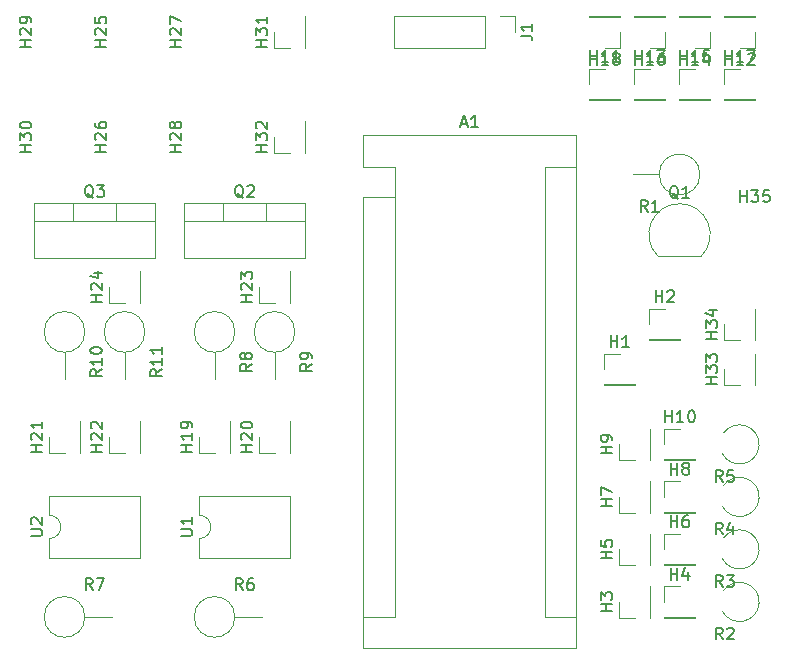
<source format=gbr>
G04 #@! TF.GenerationSoftware,KiCad,Pcbnew,(5.1.5)-3*
G04 #@! TF.CreationDate,2020-04-21T04:00:00+09:00*
G04 #@! TF.ProjectId,qqq,7171712e-6b69-4636-9164-5f7063625858,rev?*
G04 #@! TF.SameCoordinates,Original*
G04 #@! TF.FileFunction,Legend,Top*
G04 #@! TF.FilePolarity,Positive*
%FSLAX46Y46*%
G04 Gerber Fmt 4.6, Leading zero omitted, Abs format (unit mm)*
G04 Created by KiCad (PCBNEW (5.1.5)-3) date 2020-04-21 04:00:00*
%MOMM*%
%LPD*%
G04 APERTURE LIST*
%ADD10C,0.120000*%
%ADD11C,0.150000*%
G04 APERTURE END LIST*
D10*
X62290000Y-3750000D02*
X59630000Y-3750000D01*
X62290000Y-3810000D02*
X62290000Y-3750000D01*
X59630000Y-3810000D02*
X59630000Y-3750000D01*
X62290000Y-3810000D02*
X59630000Y-3810000D01*
X62290000Y-5080000D02*
X62290000Y-6410000D01*
X62290000Y-6410000D02*
X60960000Y-6410000D01*
X63440000Y-8195000D02*
X64770000Y-8195000D01*
X63440000Y-9525000D02*
X63440000Y-8195000D01*
X63440000Y-10795000D02*
X66100000Y-10795000D01*
X66100000Y-10795000D02*
X66100000Y-10855000D01*
X63440000Y-10795000D02*
X63440000Y-10855000D01*
X63440000Y-10855000D02*
X66100000Y-10855000D01*
X52010000Y-8195000D02*
X53340000Y-8195000D01*
X52010000Y-9525000D02*
X52010000Y-8195000D01*
X52010000Y-10795000D02*
X54670000Y-10795000D01*
X54670000Y-10795000D02*
X54670000Y-10855000D01*
X52010000Y-10795000D02*
X52010000Y-10855000D01*
X52010000Y-10855000D02*
X54670000Y-10855000D01*
X55820000Y-8195000D02*
X57150000Y-8195000D01*
X55820000Y-9525000D02*
X55820000Y-8195000D01*
X55820000Y-10795000D02*
X58480000Y-10795000D01*
X58480000Y-10795000D02*
X58480000Y-10855000D01*
X55820000Y-10795000D02*
X55820000Y-10855000D01*
X55820000Y-10855000D02*
X58480000Y-10855000D01*
X66100000Y-3750000D02*
X63440000Y-3750000D01*
X66100000Y-3810000D02*
X66100000Y-3750000D01*
X63440000Y-3810000D02*
X63440000Y-3750000D01*
X66100000Y-3810000D02*
X63440000Y-3810000D01*
X66100000Y-5080000D02*
X66100000Y-6410000D01*
X66100000Y-6410000D02*
X64770000Y-6410000D01*
X54670000Y-3750000D02*
X52010000Y-3750000D01*
X54670000Y-3810000D02*
X54670000Y-3750000D01*
X52010000Y-3810000D02*
X52010000Y-3750000D01*
X54670000Y-3810000D02*
X52010000Y-3810000D01*
X54670000Y-5080000D02*
X54670000Y-6410000D01*
X54670000Y-6410000D02*
X53340000Y-6410000D01*
X58480000Y-3750000D02*
X55820000Y-3750000D01*
X58480000Y-3810000D02*
X58480000Y-3750000D01*
X55820000Y-3810000D02*
X55820000Y-3750000D01*
X58480000Y-3810000D02*
X55820000Y-3810000D01*
X58480000Y-5080000D02*
X58480000Y-6410000D01*
X58480000Y-6410000D02*
X57150000Y-6410000D01*
X59630000Y-8195000D02*
X60960000Y-8195000D01*
X59630000Y-9525000D02*
X59630000Y-8195000D01*
X59630000Y-10795000D02*
X62290000Y-10795000D01*
X62290000Y-10795000D02*
X62290000Y-10855000D01*
X59630000Y-10795000D02*
X59630000Y-10855000D01*
X59630000Y-10855000D02*
X62290000Y-10855000D01*
X50930000Y-13840000D02*
X32890000Y-13840000D01*
X50930000Y-57280000D02*
X50930000Y-13840000D01*
X32890000Y-57280000D02*
X50930000Y-57280000D01*
X35560000Y-54610000D02*
X32890000Y-54610000D01*
X35560000Y-19050000D02*
X35560000Y-54610000D01*
X35560000Y-19050000D02*
X32890000Y-19050000D01*
X48260000Y-54610000D02*
X50930000Y-54610000D01*
X48260000Y-16510000D02*
X48260000Y-54610000D01*
X48260000Y-16510000D02*
X50930000Y-16510000D01*
X32890000Y-13840000D02*
X32890000Y-16510000D01*
X32890000Y-19050000D02*
X32890000Y-57280000D01*
X35560000Y-16510000D02*
X32890000Y-16510000D01*
X35560000Y-19050000D02*
X35560000Y-16510000D01*
X58360000Y-45780000D02*
X61020000Y-45780000D01*
X58360000Y-45720000D02*
X58360000Y-45780000D01*
X61020000Y-45720000D02*
X61020000Y-45780000D01*
X58360000Y-45720000D02*
X61020000Y-45720000D01*
X58360000Y-44450000D02*
X58360000Y-43120000D01*
X58360000Y-43120000D02*
X59690000Y-43120000D01*
X57210000Y-50225000D02*
X57210000Y-47565000D01*
X57150000Y-50225000D02*
X57210000Y-50225000D01*
X57150000Y-47565000D02*
X57210000Y-47565000D01*
X57150000Y-50225000D02*
X57150000Y-47565000D01*
X55880000Y-50225000D02*
X54550000Y-50225000D01*
X54550000Y-50225000D02*
X54550000Y-48895000D01*
X54550000Y-41335000D02*
X54550000Y-40005000D01*
X55880000Y-41335000D02*
X54550000Y-41335000D01*
X57150000Y-41335000D02*
X57150000Y-38675000D01*
X57150000Y-38675000D02*
X57210000Y-38675000D01*
X57150000Y-41335000D02*
X57210000Y-41335000D01*
X57210000Y-41335000D02*
X57210000Y-38675000D01*
X58360000Y-41335000D02*
X61020000Y-41335000D01*
X58360000Y-41275000D02*
X58360000Y-41335000D01*
X61020000Y-41275000D02*
X61020000Y-41335000D01*
X58360000Y-41275000D02*
X61020000Y-41275000D01*
X58360000Y-40005000D02*
X58360000Y-38675000D01*
X58360000Y-38675000D02*
X59690000Y-38675000D01*
X58360000Y-47565000D02*
X59690000Y-47565000D01*
X58360000Y-48895000D02*
X58360000Y-47565000D01*
X58360000Y-50165000D02*
X61020000Y-50165000D01*
X61020000Y-50165000D02*
X61020000Y-50225000D01*
X58360000Y-50165000D02*
X58360000Y-50225000D01*
X58360000Y-50225000D02*
X61020000Y-50225000D01*
X54550000Y-45780000D02*
X54550000Y-44450000D01*
X55880000Y-45780000D02*
X54550000Y-45780000D01*
X57150000Y-45780000D02*
X57150000Y-43120000D01*
X57150000Y-43120000D02*
X57210000Y-43120000D01*
X57150000Y-45780000D02*
X57210000Y-45780000D01*
X57210000Y-45780000D02*
X57210000Y-43120000D01*
X63425225Y-39033620D02*
G75*
G02X63316728Y-40805000I1344775J-971380D01*
G01*
X63425225Y-47923620D02*
G75*
G02X63316728Y-49695000I1344775J-971380D01*
G01*
X63425225Y-43478620D02*
G75*
G02X63316728Y-45250000I1344775J-971380D01*
G01*
X53280000Y-34985000D02*
X55940000Y-34985000D01*
X53280000Y-34925000D02*
X53280000Y-34985000D01*
X55940000Y-34925000D02*
X55940000Y-34985000D01*
X53280000Y-34925000D02*
X55940000Y-34925000D01*
X53280000Y-33655000D02*
X53280000Y-32325000D01*
X53280000Y-32325000D02*
X54610000Y-32325000D01*
X58360000Y-52010000D02*
X59690000Y-52010000D01*
X58360000Y-53340000D02*
X58360000Y-52010000D01*
X58360000Y-54610000D02*
X61020000Y-54610000D01*
X61020000Y-54610000D02*
X61020000Y-54670000D01*
X58360000Y-54610000D02*
X58360000Y-54670000D01*
X58360000Y-54670000D02*
X61020000Y-54670000D01*
X57090000Y-28515000D02*
X58420000Y-28515000D01*
X57090000Y-29845000D02*
X57090000Y-28515000D01*
X57090000Y-31115000D02*
X59750000Y-31115000D01*
X59750000Y-31115000D02*
X59750000Y-31175000D01*
X57090000Y-31115000D02*
X57090000Y-31175000D01*
X57090000Y-31175000D02*
X59750000Y-31175000D01*
X57210000Y-54670000D02*
X57210000Y-52010000D01*
X57150000Y-54670000D02*
X57210000Y-54670000D01*
X57150000Y-52010000D02*
X57210000Y-52010000D01*
X57150000Y-54670000D02*
X57150000Y-52010000D01*
X55880000Y-54670000D02*
X54550000Y-54670000D01*
X54550000Y-54670000D02*
X54550000Y-53340000D01*
X61410000Y-17145000D02*
G75*
G03X61410000Y-17145000I-1720000J0D01*
G01*
X57970000Y-17145000D02*
X55710000Y-17145000D01*
X66100000Y-31175000D02*
X66100000Y-28515000D01*
X66040000Y-31175000D02*
X66100000Y-31175000D01*
X66040000Y-28515000D02*
X66100000Y-28515000D01*
X66040000Y-31175000D02*
X66040000Y-28515000D01*
X64770000Y-31175000D02*
X63440000Y-31175000D01*
X63440000Y-31175000D02*
X63440000Y-29845000D01*
X63440000Y-34985000D02*
X63440000Y-33655000D01*
X64770000Y-34985000D02*
X63440000Y-34985000D01*
X66040000Y-34985000D02*
X66040000Y-32325000D01*
X66040000Y-32325000D02*
X66100000Y-32325000D01*
X66040000Y-34985000D02*
X66100000Y-34985000D01*
X66100000Y-34985000D02*
X66100000Y-32325000D01*
X57890000Y-24075000D02*
X61490000Y-24075000D01*
X57851522Y-24063478D02*
G75*
G02X59690000Y-19625000I1838478J1838478D01*
G01*
X61528478Y-24063478D02*
G75*
G03X59690000Y-19625000I-1838478J1838478D01*
G01*
X28000000Y-15300000D02*
X28000000Y-12640000D01*
X27940000Y-15300000D02*
X28000000Y-15300000D01*
X27940000Y-12640000D02*
X28000000Y-12640000D01*
X27940000Y-15300000D02*
X27940000Y-12640000D01*
X26670000Y-15300000D02*
X25340000Y-15300000D01*
X25340000Y-15300000D02*
X25340000Y-13970000D01*
X21650000Y-40700000D02*
X21650000Y-38040000D01*
X21590000Y-40700000D02*
X21650000Y-40700000D01*
X21590000Y-38040000D02*
X21650000Y-38040000D01*
X21590000Y-40700000D02*
X21590000Y-38040000D01*
X20320000Y-40700000D02*
X18990000Y-40700000D01*
X18990000Y-40700000D02*
X18990000Y-39370000D01*
X24070000Y-40700000D02*
X24070000Y-39370000D01*
X25400000Y-40700000D02*
X24070000Y-40700000D01*
X26670000Y-40700000D02*
X26670000Y-38040000D01*
X26670000Y-38040000D02*
X26730000Y-38040000D01*
X26670000Y-40700000D02*
X26730000Y-40700000D01*
X26730000Y-40700000D02*
X26730000Y-38040000D01*
X8950000Y-40700000D02*
X8950000Y-38040000D01*
X8890000Y-40700000D02*
X8950000Y-40700000D01*
X8890000Y-38040000D02*
X8950000Y-38040000D01*
X8890000Y-40700000D02*
X8890000Y-38040000D01*
X7620000Y-40700000D02*
X6290000Y-40700000D01*
X6290000Y-40700000D02*
X6290000Y-39370000D01*
X11370000Y-40700000D02*
X11370000Y-39370000D01*
X12700000Y-40700000D02*
X11370000Y-40700000D01*
X13970000Y-40700000D02*
X13970000Y-38040000D01*
X13970000Y-38040000D02*
X14030000Y-38040000D01*
X13970000Y-40700000D02*
X14030000Y-40700000D01*
X14030000Y-40700000D02*
X14030000Y-38040000D01*
X25340000Y-6410000D02*
X25340000Y-5080000D01*
X26670000Y-6410000D02*
X25340000Y-6410000D01*
X27940000Y-6410000D02*
X27940000Y-3750000D01*
X27940000Y-3750000D02*
X28000000Y-3750000D01*
X27940000Y-6410000D02*
X28000000Y-6410000D01*
X28000000Y-6410000D02*
X28000000Y-3750000D01*
X17740000Y-19590000D02*
X27980000Y-19590000D01*
X17740000Y-24231000D02*
X27980000Y-24231000D01*
X17740000Y-19590000D02*
X17740000Y-24231000D01*
X27980000Y-19590000D02*
X27980000Y-24231000D01*
X17740000Y-21100000D02*
X27980000Y-21100000D01*
X21010000Y-19590000D02*
X21010000Y-21100000D01*
X24711000Y-19590000D02*
X24711000Y-21100000D01*
X12011000Y-19590000D02*
X12011000Y-21100000D01*
X8310000Y-19590000D02*
X8310000Y-21100000D01*
X5040000Y-21100000D02*
X15280000Y-21100000D01*
X15280000Y-19590000D02*
X15280000Y-24231000D01*
X5040000Y-19590000D02*
X5040000Y-24231000D01*
X5040000Y-24231000D02*
X15280000Y-24231000D01*
X5040000Y-19590000D02*
X15280000Y-19590000D01*
X22040000Y-54610000D02*
G75*
G03X22040000Y-54610000I-1720000J0D01*
G01*
X22040000Y-54610000D02*
X24300000Y-54610000D01*
X9340000Y-54610000D02*
X11600000Y-54610000D01*
X9340000Y-54610000D02*
G75*
G03X9340000Y-54610000I-1720000J0D01*
G01*
X22040000Y-30480000D02*
G75*
G03X22040000Y-30480000I-1720000J0D01*
G01*
X20320000Y-32200000D02*
X20320000Y-34460000D01*
X27120000Y-30480000D02*
G75*
G03X27120000Y-30480000I-1720000J0D01*
G01*
X25400000Y-32200000D02*
X25400000Y-34460000D01*
X7620000Y-32200000D02*
X7620000Y-34460000D01*
X9340000Y-30480000D02*
G75*
G03X9340000Y-30480000I-1720000J0D01*
G01*
X12700000Y-32200000D02*
X12700000Y-34460000D01*
X14420000Y-30480000D02*
G75*
G03X14420000Y-30480000I-1720000J0D01*
G01*
X18990000Y-45990000D02*
G75*
G02X18990000Y-47990000I0J-1000000D01*
G01*
X18990000Y-47990000D02*
X18990000Y-49640000D01*
X18990000Y-49640000D02*
X26730000Y-49640000D01*
X26730000Y-49640000D02*
X26730000Y-44340000D01*
X26730000Y-44340000D02*
X18990000Y-44340000D01*
X18990000Y-44340000D02*
X18990000Y-45990000D01*
X6290000Y-44340000D02*
X6290000Y-45990000D01*
X14030000Y-44340000D02*
X6290000Y-44340000D01*
X14030000Y-49640000D02*
X14030000Y-44340000D01*
X6290000Y-49640000D02*
X14030000Y-49640000D01*
X6290000Y-47990000D02*
X6290000Y-49640000D01*
X6290000Y-45990000D02*
G75*
G02X6290000Y-47990000I0J-1000000D01*
G01*
X26730000Y-28000000D02*
X26730000Y-25340000D01*
X26670000Y-28000000D02*
X26730000Y-28000000D01*
X26670000Y-25340000D02*
X26730000Y-25340000D01*
X26670000Y-28000000D02*
X26670000Y-25340000D01*
X25400000Y-28000000D02*
X24070000Y-28000000D01*
X24070000Y-28000000D02*
X24070000Y-26670000D01*
X11370000Y-28000000D02*
X11370000Y-26670000D01*
X12700000Y-28000000D02*
X11370000Y-28000000D01*
X13970000Y-28000000D02*
X13970000Y-25340000D01*
X13970000Y-25340000D02*
X14030000Y-25340000D01*
X13970000Y-28000000D02*
X14030000Y-28000000D01*
X14030000Y-28000000D02*
X14030000Y-25340000D01*
X63425225Y-52368620D02*
G75*
G02X63316728Y-54140000I1344775J-971380D01*
G01*
X35500000Y-3750000D02*
X35500000Y-6410000D01*
X43180000Y-3750000D02*
X35500000Y-3750000D01*
X43180000Y-6410000D02*
X35500000Y-6410000D01*
X43180000Y-3750000D02*
X43180000Y-6410000D01*
X44450000Y-3750000D02*
X45780000Y-3750000D01*
X45780000Y-3750000D02*
X45780000Y-5080000D01*
D11*
X59721904Y-7862380D02*
X59721904Y-6862380D01*
X59721904Y-7338571D02*
X60293333Y-7338571D01*
X60293333Y-7862380D02*
X60293333Y-6862380D01*
X61293333Y-7862380D02*
X60721904Y-7862380D01*
X61007619Y-7862380D02*
X61007619Y-6862380D01*
X60912380Y-7005238D01*
X60817142Y-7100476D01*
X60721904Y-7148095D01*
X62150476Y-7195714D02*
X62150476Y-7862380D01*
X61912380Y-6814761D02*
X61674285Y-7529047D01*
X62293333Y-7529047D01*
X63531904Y-7647380D02*
X63531904Y-6647380D01*
X63531904Y-7123571D02*
X64103333Y-7123571D01*
X64103333Y-7647380D02*
X64103333Y-6647380D01*
X65103333Y-7647380D02*
X64531904Y-7647380D01*
X64817619Y-7647380D02*
X64817619Y-6647380D01*
X64722380Y-6790238D01*
X64627142Y-6885476D01*
X64531904Y-6933095D01*
X65436666Y-6647380D02*
X66103333Y-6647380D01*
X65674761Y-7647380D01*
X52101904Y-7647380D02*
X52101904Y-6647380D01*
X52101904Y-7123571D02*
X52673333Y-7123571D01*
X52673333Y-7647380D02*
X52673333Y-6647380D01*
X53673333Y-7647380D02*
X53101904Y-7647380D01*
X53387619Y-7647380D02*
X53387619Y-6647380D01*
X53292380Y-6790238D01*
X53197142Y-6885476D01*
X53101904Y-6933095D01*
X54625714Y-7647380D02*
X54054285Y-7647380D01*
X54340000Y-7647380D02*
X54340000Y-6647380D01*
X54244761Y-6790238D01*
X54149523Y-6885476D01*
X54054285Y-6933095D01*
X55911904Y-7647380D02*
X55911904Y-6647380D01*
X55911904Y-7123571D02*
X56483333Y-7123571D01*
X56483333Y-7647380D02*
X56483333Y-6647380D01*
X57483333Y-7647380D02*
X56911904Y-7647380D01*
X57197619Y-7647380D02*
X57197619Y-6647380D01*
X57102380Y-6790238D01*
X57007142Y-6885476D01*
X56911904Y-6933095D01*
X57816666Y-6647380D02*
X58435714Y-6647380D01*
X58102380Y-7028333D01*
X58245238Y-7028333D01*
X58340476Y-7075952D01*
X58388095Y-7123571D01*
X58435714Y-7218809D01*
X58435714Y-7456904D01*
X58388095Y-7552142D01*
X58340476Y-7599761D01*
X58245238Y-7647380D01*
X57959523Y-7647380D01*
X57864285Y-7599761D01*
X57816666Y-7552142D01*
X63531904Y-7862380D02*
X63531904Y-6862380D01*
X63531904Y-7338571D02*
X64103333Y-7338571D01*
X64103333Y-7862380D02*
X64103333Y-6862380D01*
X65103333Y-7862380D02*
X64531904Y-7862380D01*
X64817619Y-7862380D02*
X64817619Y-6862380D01*
X64722380Y-7005238D01*
X64627142Y-7100476D01*
X64531904Y-7148095D01*
X65484285Y-6957619D02*
X65531904Y-6910000D01*
X65627142Y-6862380D01*
X65865238Y-6862380D01*
X65960476Y-6910000D01*
X66008095Y-6957619D01*
X66055714Y-7052857D01*
X66055714Y-7148095D01*
X66008095Y-7290952D01*
X65436666Y-7862380D01*
X66055714Y-7862380D01*
X52101904Y-7862380D02*
X52101904Y-6862380D01*
X52101904Y-7338571D02*
X52673333Y-7338571D01*
X52673333Y-7862380D02*
X52673333Y-6862380D01*
X53673333Y-7862380D02*
X53101904Y-7862380D01*
X53387619Y-7862380D02*
X53387619Y-6862380D01*
X53292380Y-7005238D01*
X53197142Y-7100476D01*
X53101904Y-7148095D01*
X54244761Y-7290952D02*
X54149523Y-7243333D01*
X54101904Y-7195714D01*
X54054285Y-7100476D01*
X54054285Y-7052857D01*
X54101904Y-6957619D01*
X54149523Y-6910000D01*
X54244761Y-6862380D01*
X54435238Y-6862380D01*
X54530476Y-6910000D01*
X54578095Y-6957619D01*
X54625714Y-7052857D01*
X54625714Y-7100476D01*
X54578095Y-7195714D01*
X54530476Y-7243333D01*
X54435238Y-7290952D01*
X54244761Y-7290952D01*
X54149523Y-7338571D01*
X54101904Y-7386190D01*
X54054285Y-7481428D01*
X54054285Y-7671904D01*
X54101904Y-7767142D01*
X54149523Y-7814761D01*
X54244761Y-7862380D01*
X54435238Y-7862380D01*
X54530476Y-7814761D01*
X54578095Y-7767142D01*
X54625714Y-7671904D01*
X54625714Y-7481428D01*
X54578095Y-7386190D01*
X54530476Y-7338571D01*
X54435238Y-7290952D01*
X55911904Y-7862380D02*
X55911904Y-6862380D01*
X55911904Y-7338571D02*
X56483333Y-7338571D01*
X56483333Y-7862380D02*
X56483333Y-6862380D01*
X57483333Y-7862380D02*
X56911904Y-7862380D01*
X57197619Y-7862380D02*
X57197619Y-6862380D01*
X57102380Y-7005238D01*
X57007142Y-7100476D01*
X56911904Y-7148095D01*
X58340476Y-6862380D02*
X58150000Y-6862380D01*
X58054761Y-6910000D01*
X58007142Y-6957619D01*
X57911904Y-7100476D01*
X57864285Y-7290952D01*
X57864285Y-7671904D01*
X57911904Y-7767142D01*
X57959523Y-7814761D01*
X58054761Y-7862380D01*
X58245238Y-7862380D01*
X58340476Y-7814761D01*
X58388095Y-7767142D01*
X58435714Y-7671904D01*
X58435714Y-7433809D01*
X58388095Y-7338571D01*
X58340476Y-7290952D01*
X58245238Y-7243333D01*
X58054761Y-7243333D01*
X57959523Y-7290952D01*
X57911904Y-7338571D01*
X57864285Y-7433809D01*
X59721904Y-7647380D02*
X59721904Y-6647380D01*
X59721904Y-7123571D02*
X60293333Y-7123571D01*
X60293333Y-7647380D02*
X60293333Y-6647380D01*
X61293333Y-7647380D02*
X60721904Y-7647380D01*
X61007619Y-7647380D02*
X61007619Y-6647380D01*
X60912380Y-6790238D01*
X60817142Y-6885476D01*
X60721904Y-6933095D01*
X62198095Y-6647380D02*
X61721904Y-6647380D01*
X61674285Y-7123571D01*
X61721904Y-7075952D01*
X61817142Y-7028333D01*
X62055238Y-7028333D01*
X62150476Y-7075952D01*
X62198095Y-7123571D01*
X62245714Y-7218809D01*
X62245714Y-7456904D01*
X62198095Y-7552142D01*
X62150476Y-7599761D01*
X62055238Y-7647380D01*
X61817142Y-7647380D01*
X61721904Y-7599761D01*
X61674285Y-7552142D01*
X41195714Y-12866666D02*
X41671904Y-12866666D01*
X41100476Y-13152380D02*
X41433809Y-12152380D01*
X41767142Y-13152380D01*
X42624285Y-13152380D02*
X42052857Y-13152380D01*
X42338571Y-13152380D02*
X42338571Y-12152380D01*
X42243333Y-12295238D01*
X42148095Y-12390476D01*
X42052857Y-12438095D01*
X58928095Y-42572380D02*
X58928095Y-41572380D01*
X58928095Y-42048571D02*
X59499523Y-42048571D01*
X59499523Y-42572380D02*
X59499523Y-41572380D01*
X60118571Y-42000952D02*
X60023333Y-41953333D01*
X59975714Y-41905714D01*
X59928095Y-41810476D01*
X59928095Y-41762857D01*
X59975714Y-41667619D01*
X60023333Y-41620000D01*
X60118571Y-41572380D01*
X60309047Y-41572380D01*
X60404285Y-41620000D01*
X60451904Y-41667619D01*
X60499523Y-41762857D01*
X60499523Y-41810476D01*
X60451904Y-41905714D01*
X60404285Y-41953333D01*
X60309047Y-42000952D01*
X60118571Y-42000952D01*
X60023333Y-42048571D01*
X59975714Y-42096190D01*
X59928095Y-42191428D01*
X59928095Y-42381904D01*
X59975714Y-42477142D01*
X60023333Y-42524761D01*
X60118571Y-42572380D01*
X60309047Y-42572380D01*
X60404285Y-42524761D01*
X60451904Y-42477142D01*
X60499523Y-42381904D01*
X60499523Y-42191428D01*
X60451904Y-42096190D01*
X60404285Y-42048571D01*
X60309047Y-42000952D01*
X54002380Y-49656904D02*
X53002380Y-49656904D01*
X53478571Y-49656904D02*
X53478571Y-49085476D01*
X54002380Y-49085476D02*
X53002380Y-49085476D01*
X53002380Y-48133095D02*
X53002380Y-48609285D01*
X53478571Y-48656904D01*
X53430952Y-48609285D01*
X53383333Y-48514047D01*
X53383333Y-48275952D01*
X53430952Y-48180714D01*
X53478571Y-48133095D01*
X53573809Y-48085476D01*
X53811904Y-48085476D01*
X53907142Y-48133095D01*
X53954761Y-48180714D01*
X54002380Y-48275952D01*
X54002380Y-48514047D01*
X53954761Y-48609285D01*
X53907142Y-48656904D01*
X54002380Y-40766904D02*
X53002380Y-40766904D01*
X53478571Y-40766904D02*
X53478571Y-40195476D01*
X54002380Y-40195476D02*
X53002380Y-40195476D01*
X54002380Y-39671666D02*
X54002380Y-39481190D01*
X53954761Y-39385952D01*
X53907142Y-39338333D01*
X53764285Y-39243095D01*
X53573809Y-39195476D01*
X53192857Y-39195476D01*
X53097619Y-39243095D01*
X53050000Y-39290714D01*
X53002380Y-39385952D01*
X53002380Y-39576428D01*
X53050000Y-39671666D01*
X53097619Y-39719285D01*
X53192857Y-39766904D01*
X53430952Y-39766904D01*
X53526190Y-39719285D01*
X53573809Y-39671666D01*
X53621428Y-39576428D01*
X53621428Y-39385952D01*
X53573809Y-39290714D01*
X53526190Y-39243095D01*
X53430952Y-39195476D01*
X58451904Y-38127380D02*
X58451904Y-37127380D01*
X58451904Y-37603571D02*
X59023333Y-37603571D01*
X59023333Y-38127380D02*
X59023333Y-37127380D01*
X60023333Y-38127380D02*
X59451904Y-38127380D01*
X59737619Y-38127380D02*
X59737619Y-37127380D01*
X59642380Y-37270238D01*
X59547142Y-37365476D01*
X59451904Y-37413095D01*
X60642380Y-37127380D02*
X60737619Y-37127380D01*
X60832857Y-37175000D01*
X60880476Y-37222619D01*
X60928095Y-37317857D01*
X60975714Y-37508333D01*
X60975714Y-37746428D01*
X60928095Y-37936904D01*
X60880476Y-38032142D01*
X60832857Y-38079761D01*
X60737619Y-38127380D01*
X60642380Y-38127380D01*
X60547142Y-38079761D01*
X60499523Y-38032142D01*
X60451904Y-37936904D01*
X60404285Y-37746428D01*
X60404285Y-37508333D01*
X60451904Y-37317857D01*
X60499523Y-37222619D01*
X60547142Y-37175000D01*
X60642380Y-37127380D01*
X58928095Y-47017380D02*
X58928095Y-46017380D01*
X58928095Y-46493571D02*
X59499523Y-46493571D01*
X59499523Y-47017380D02*
X59499523Y-46017380D01*
X60404285Y-46017380D02*
X60213809Y-46017380D01*
X60118571Y-46065000D01*
X60070952Y-46112619D01*
X59975714Y-46255476D01*
X59928095Y-46445952D01*
X59928095Y-46826904D01*
X59975714Y-46922142D01*
X60023333Y-46969761D01*
X60118571Y-47017380D01*
X60309047Y-47017380D01*
X60404285Y-46969761D01*
X60451904Y-46922142D01*
X60499523Y-46826904D01*
X60499523Y-46588809D01*
X60451904Y-46493571D01*
X60404285Y-46445952D01*
X60309047Y-46398333D01*
X60118571Y-46398333D01*
X60023333Y-46445952D01*
X59975714Y-46493571D01*
X59928095Y-46588809D01*
X54002380Y-45211904D02*
X53002380Y-45211904D01*
X53478571Y-45211904D02*
X53478571Y-44640476D01*
X54002380Y-44640476D02*
X53002380Y-44640476D01*
X53002380Y-44259523D02*
X53002380Y-43592857D01*
X54002380Y-44021428D01*
X63333333Y-43177380D02*
X63000000Y-42701190D01*
X62761904Y-43177380D02*
X62761904Y-42177380D01*
X63142857Y-42177380D01*
X63238095Y-42225000D01*
X63285714Y-42272619D01*
X63333333Y-42367857D01*
X63333333Y-42510714D01*
X63285714Y-42605952D01*
X63238095Y-42653571D01*
X63142857Y-42701190D01*
X62761904Y-42701190D01*
X64238095Y-42177380D02*
X63761904Y-42177380D01*
X63714285Y-42653571D01*
X63761904Y-42605952D01*
X63857142Y-42558333D01*
X64095238Y-42558333D01*
X64190476Y-42605952D01*
X64238095Y-42653571D01*
X64285714Y-42748809D01*
X64285714Y-42986904D01*
X64238095Y-43082142D01*
X64190476Y-43129761D01*
X64095238Y-43177380D01*
X63857142Y-43177380D01*
X63761904Y-43129761D01*
X63714285Y-43082142D01*
X63333333Y-52067380D02*
X63000000Y-51591190D01*
X62761904Y-52067380D02*
X62761904Y-51067380D01*
X63142857Y-51067380D01*
X63238095Y-51115000D01*
X63285714Y-51162619D01*
X63333333Y-51257857D01*
X63333333Y-51400714D01*
X63285714Y-51495952D01*
X63238095Y-51543571D01*
X63142857Y-51591190D01*
X62761904Y-51591190D01*
X63666666Y-51067380D02*
X64285714Y-51067380D01*
X63952380Y-51448333D01*
X64095238Y-51448333D01*
X64190476Y-51495952D01*
X64238095Y-51543571D01*
X64285714Y-51638809D01*
X64285714Y-51876904D01*
X64238095Y-51972142D01*
X64190476Y-52019761D01*
X64095238Y-52067380D01*
X63809523Y-52067380D01*
X63714285Y-52019761D01*
X63666666Y-51972142D01*
X63333333Y-47622380D02*
X63000000Y-47146190D01*
X62761904Y-47622380D02*
X62761904Y-46622380D01*
X63142857Y-46622380D01*
X63238095Y-46670000D01*
X63285714Y-46717619D01*
X63333333Y-46812857D01*
X63333333Y-46955714D01*
X63285714Y-47050952D01*
X63238095Y-47098571D01*
X63142857Y-47146190D01*
X62761904Y-47146190D01*
X64190476Y-46955714D02*
X64190476Y-47622380D01*
X63952380Y-46574761D02*
X63714285Y-47289047D01*
X64333333Y-47289047D01*
X53848095Y-31777380D02*
X53848095Y-30777380D01*
X53848095Y-31253571D02*
X54419523Y-31253571D01*
X54419523Y-31777380D02*
X54419523Y-30777380D01*
X55419523Y-31777380D02*
X54848095Y-31777380D01*
X55133809Y-31777380D02*
X55133809Y-30777380D01*
X55038571Y-30920238D01*
X54943333Y-31015476D01*
X54848095Y-31063095D01*
X58928095Y-51462380D02*
X58928095Y-50462380D01*
X58928095Y-50938571D02*
X59499523Y-50938571D01*
X59499523Y-51462380D02*
X59499523Y-50462380D01*
X60404285Y-50795714D02*
X60404285Y-51462380D01*
X60166190Y-50414761D02*
X59928095Y-51129047D01*
X60547142Y-51129047D01*
X57658095Y-27967380D02*
X57658095Y-26967380D01*
X57658095Y-27443571D02*
X58229523Y-27443571D01*
X58229523Y-27967380D02*
X58229523Y-26967380D01*
X58658095Y-27062619D02*
X58705714Y-27015000D01*
X58800952Y-26967380D01*
X59039047Y-26967380D01*
X59134285Y-27015000D01*
X59181904Y-27062619D01*
X59229523Y-27157857D01*
X59229523Y-27253095D01*
X59181904Y-27395952D01*
X58610476Y-27967380D01*
X59229523Y-27967380D01*
X54002380Y-54101904D02*
X53002380Y-54101904D01*
X53478571Y-54101904D02*
X53478571Y-53530476D01*
X54002380Y-53530476D02*
X53002380Y-53530476D01*
X53002380Y-53149523D02*
X53002380Y-52530476D01*
X53383333Y-52863809D01*
X53383333Y-52720952D01*
X53430952Y-52625714D01*
X53478571Y-52578095D01*
X53573809Y-52530476D01*
X53811904Y-52530476D01*
X53907142Y-52578095D01*
X53954761Y-52625714D01*
X54002380Y-52720952D01*
X54002380Y-53006666D01*
X53954761Y-53101904D01*
X53907142Y-53149523D01*
X56983333Y-20317380D02*
X56650000Y-19841190D01*
X56411904Y-20317380D02*
X56411904Y-19317380D01*
X56792857Y-19317380D01*
X56888095Y-19365000D01*
X56935714Y-19412619D01*
X56983333Y-19507857D01*
X56983333Y-19650714D01*
X56935714Y-19745952D01*
X56888095Y-19793571D01*
X56792857Y-19841190D01*
X56411904Y-19841190D01*
X57935714Y-20317380D02*
X57364285Y-20317380D01*
X57650000Y-20317380D02*
X57650000Y-19317380D01*
X57554761Y-19460238D01*
X57459523Y-19555476D01*
X57364285Y-19603095D01*
X62892380Y-31083095D02*
X61892380Y-31083095D01*
X62368571Y-31083095D02*
X62368571Y-30511666D01*
X62892380Y-30511666D02*
X61892380Y-30511666D01*
X61892380Y-30130714D02*
X61892380Y-29511666D01*
X62273333Y-29845000D01*
X62273333Y-29702142D01*
X62320952Y-29606904D01*
X62368571Y-29559285D01*
X62463809Y-29511666D01*
X62701904Y-29511666D01*
X62797142Y-29559285D01*
X62844761Y-29606904D01*
X62892380Y-29702142D01*
X62892380Y-29987857D01*
X62844761Y-30083095D01*
X62797142Y-30130714D01*
X62225714Y-28654523D02*
X62892380Y-28654523D01*
X61844761Y-28892619D02*
X62559047Y-29130714D01*
X62559047Y-28511666D01*
X62892380Y-34893095D02*
X61892380Y-34893095D01*
X62368571Y-34893095D02*
X62368571Y-34321666D01*
X62892380Y-34321666D02*
X61892380Y-34321666D01*
X61892380Y-33940714D02*
X61892380Y-33321666D01*
X62273333Y-33655000D01*
X62273333Y-33512142D01*
X62320952Y-33416904D01*
X62368571Y-33369285D01*
X62463809Y-33321666D01*
X62701904Y-33321666D01*
X62797142Y-33369285D01*
X62844761Y-33416904D01*
X62892380Y-33512142D01*
X62892380Y-33797857D01*
X62844761Y-33893095D01*
X62797142Y-33940714D01*
X61892380Y-32988333D02*
X61892380Y-32369285D01*
X62273333Y-32702619D01*
X62273333Y-32559761D01*
X62320952Y-32464523D01*
X62368571Y-32416904D01*
X62463809Y-32369285D01*
X62701904Y-32369285D01*
X62797142Y-32416904D01*
X62844761Y-32464523D01*
X62892380Y-32559761D01*
X62892380Y-32845476D01*
X62844761Y-32940714D01*
X62797142Y-32988333D01*
X59594761Y-19212619D02*
X59499523Y-19165000D01*
X59404285Y-19069761D01*
X59261428Y-18926904D01*
X59166190Y-18879285D01*
X59070952Y-18879285D01*
X59118571Y-19117380D02*
X59023333Y-19069761D01*
X58928095Y-18974523D01*
X58880476Y-18784047D01*
X58880476Y-18450714D01*
X58928095Y-18260238D01*
X59023333Y-18165000D01*
X59118571Y-18117380D01*
X59309047Y-18117380D01*
X59404285Y-18165000D01*
X59499523Y-18260238D01*
X59547142Y-18450714D01*
X59547142Y-18784047D01*
X59499523Y-18974523D01*
X59404285Y-19069761D01*
X59309047Y-19117380D01*
X59118571Y-19117380D01*
X60499523Y-19117380D02*
X59928095Y-19117380D01*
X60213809Y-19117380D02*
X60213809Y-18117380D01*
X60118571Y-18260238D01*
X60023333Y-18355476D01*
X59928095Y-18403095D01*
X24792380Y-15208095D02*
X23792380Y-15208095D01*
X24268571Y-15208095D02*
X24268571Y-14636666D01*
X24792380Y-14636666D02*
X23792380Y-14636666D01*
X23792380Y-14255714D02*
X23792380Y-13636666D01*
X24173333Y-13970000D01*
X24173333Y-13827142D01*
X24220952Y-13731904D01*
X24268571Y-13684285D01*
X24363809Y-13636666D01*
X24601904Y-13636666D01*
X24697142Y-13684285D01*
X24744761Y-13731904D01*
X24792380Y-13827142D01*
X24792380Y-14112857D01*
X24744761Y-14208095D01*
X24697142Y-14255714D01*
X23887619Y-13255714D02*
X23840000Y-13208095D01*
X23792380Y-13112857D01*
X23792380Y-12874761D01*
X23840000Y-12779523D01*
X23887619Y-12731904D01*
X23982857Y-12684285D01*
X24078095Y-12684285D01*
X24220952Y-12731904D01*
X24792380Y-13303333D01*
X24792380Y-12684285D01*
X18442380Y-40608095D02*
X17442380Y-40608095D01*
X17918571Y-40608095D02*
X17918571Y-40036666D01*
X18442380Y-40036666D02*
X17442380Y-40036666D01*
X18442380Y-39036666D02*
X18442380Y-39608095D01*
X18442380Y-39322380D02*
X17442380Y-39322380D01*
X17585238Y-39417619D01*
X17680476Y-39512857D01*
X17728095Y-39608095D01*
X18442380Y-38560476D02*
X18442380Y-38370000D01*
X18394761Y-38274761D01*
X18347142Y-38227142D01*
X18204285Y-38131904D01*
X18013809Y-38084285D01*
X17632857Y-38084285D01*
X17537619Y-38131904D01*
X17490000Y-38179523D01*
X17442380Y-38274761D01*
X17442380Y-38465238D01*
X17490000Y-38560476D01*
X17537619Y-38608095D01*
X17632857Y-38655714D01*
X17870952Y-38655714D01*
X17966190Y-38608095D01*
X18013809Y-38560476D01*
X18061428Y-38465238D01*
X18061428Y-38274761D01*
X18013809Y-38179523D01*
X17966190Y-38131904D01*
X17870952Y-38084285D01*
X23522380Y-40608095D02*
X22522380Y-40608095D01*
X22998571Y-40608095D02*
X22998571Y-40036666D01*
X23522380Y-40036666D02*
X22522380Y-40036666D01*
X22617619Y-39608095D02*
X22570000Y-39560476D01*
X22522380Y-39465238D01*
X22522380Y-39227142D01*
X22570000Y-39131904D01*
X22617619Y-39084285D01*
X22712857Y-39036666D01*
X22808095Y-39036666D01*
X22950952Y-39084285D01*
X23522380Y-39655714D01*
X23522380Y-39036666D01*
X22522380Y-38417619D02*
X22522380Y-38322380D01*
X22570000Y-38227142D01*
X22617619Y-38179523D01*
X22712857Y-38131904D01*
X22903333Y-38084285D01*
X23141428Y-38084285D01*
X23331904Y-38131904D01*
X23427142Y-38179523D01*
X23474761Y-38227142D01*
X23522380Y-38322380D01*
X23522380Y-38417619D01*
X23474761Y-38512857D01*
X23427142Y-38560476D01*
X23331904Y-38608095D01*
X23141428Y-38655714D01*
X22903333Y-38655714D01*
X22712857Y-38608095D01*
X22617619Y-38560476D01*
X22570000Y-38512857D01*
X22522380Y-38417619D01*
X5742380Y-40608095D02*
X4742380Y-40608095D01*
X5218571Y-40608095D02*
X5218571Y-40036666D01*
X5742380Y-40036666D02*
X4742380Y-40036666D01*
X4837619Y-39608095D02*
X4790000Y-39560476D01*
X4742380Y-39465238D01*
X4742380Y-39227142D01*
X4790000Y-39131904D01*
X4837619Y-39084285D01*
X4932857Y-39036666D01*
X5028095Y-39036666D01*
X5170952Y-39084285D01*
X5742380Y-39655714D01*
X5742380Y-39036666D01*
X5742380Y-38084285D02*
X5742380Y-38655714D01*
X5742380Y-38370000D02*
X4742380Y-38370000D01*
X4885238Y-38465238D01*
X4980476Y-38560476D01*
X5028095Y-38655714D01*
X10822380Y-40608095D02*
X9822380Y-40608095D01*
X10298571Y-40608095D02*
X10298571Y-40036666D01*
X10822380Y-40036666D02*
X9822380Y-40036666D01*
X9917619Y-39608095D02*
X9870000Y-39560476D01*
X9822380Y-39465238D01*
X9822380Y-39227142D01*
X9870000Y-39131904D01*
X9917619Y-39084285D01*
X10012857Y-39036666D01*
X10108095Y-39036666D01*
X10250952Y-39084285D01*
X10822380Y-39655714D01*
X10822380Y-39036666D01*
X9917619Y-38655714D02*
X9870000Y-38608095D01*
X9822380Y-38512857D01*
X9822380Y-38274761D01*
X9870000Y-38179523D01*
X9917619Y-38131904D01*
X10012857Y-38084285D01*
X10108095Y-38084285D01*
X10250952Y-38131904D01*
X10822380Y-38703333D01*
X10822380Y-38084285D01*
X11172380Y-6318095D02*
X10172380Y-6318095D01*
X10648571Y-6318095D02*
X10648571Y-5746666D01*
X11172380Y-5746666D02*
X10172380Y-5746666D01*
X10267619Y-5318095D02*
X10220000Y-5270476D01*
X10172380Y-5175238D01*
X10172380Y-4937142D01*
X10220000Y-4841904D01*
X10267619Y-4794285D01*
X10362857Y-4746666D01*
X10458095Y-4746666D01*
X10600952Y-4794285D01*
X11172380Y-5365714D01*
X11172380Y-4746666D01*
X10172380Y-3841904D02*
X10172380Y-4318095D01*
X10648571Y-4365714D01*
X10600952Y-4318095D01*
X10553333Y-4222857D01*
X10553333Y-3984761D01*
X10600952Y-3889523D01*
X10648571Y-3841904D01*
X10743809Y-3794285D01*
X10981904Y-3794285D01*
X11077142Y-3841904D01*
X11124761Y-3889523D01*
X11172380Y-3984761D01*
X11172380Y-4222857D01*
X11124761Y-4318095D01*
X11077142Y-4365714D01*
X11172380Y-15208095D02*
X10172380Y-15208095D01*
X10648571Y-15208095D02*
X10648571Y-14636666D01*
X11172380Y-14636666D02*
X10172380Y-14636666D01*
X10267619Y-14208095D02*
X10220000Y-14160476D01*
X10172380Y-14065238D01*
X10172380Y-13827142D01*
X10220000Y-13731904D01*
X10267619Y-13684285D01*
X10362857Y-13636666D01*
X10458095Y-13636666D01*
X10600952Y-13684285D01*
X11172380Y-14255714D01*
X11172380Y-13636666D01*
X10172380Y-12779523D02*
X10172380Y-12970000D01*
X10220000Y-13065238D01*
X10267619Y-13112857D01*
X10410476Y-13208095D01*
X10600952Y-13255714D01*
X10981904Y-13255714D01*
X11077142Y-13208095D01*
X11124761Y-13160476D01*
X11172380Y-13065238D01*
X11172380Y-12874761D01*
X11124761Y-12779523D01*
X11077142Y-12731904D01*
X10981904Y-12684285D01*
X10743809Y-12684285D01*
X10648571Y-12731904D01*
X10600952Y-12779523D01*
X10553333Y-12874761D01*
X10553333Y-13065238D01*
X10600952Y-13160476D01*
X10648571Y-13208095D01*
X10743809Y-13255714D01*
X17522380Y-6318095D02*
X16522380Y-6318095D01*
X16998571Y-6318095D02*
X16998571Y-5746666D01*
X17522380Y-5746666D02*
X16522380Y-5746666D01*
X16617619Y-5318095D02*
X16570000Y-5270476D01*
X16522380Y-5175238D01*
X16522380Y-4937142D01*
X16570000Y-4841904D01*
X16617619Y-4794285D01*
X16712857Y-4746666D01*
X16808095Y-4746666D01*
X16950952Y-4794285D01*
X17522380Y-5365714D01*
X17522380Y-4746666D01*
X16522380Y-4413333D02*
X16522380Y-3746666D01*
X17522380Y-4175238D01*
X17522380Y-15208095D02*
X16522380Y-15208095D01*
X16998571Y-15208095D02*
X16998571Y-14636666D01*
X17522380Y-14636666D02*
X16522380Y-14636666D01*
X16617619Y-14208095D02*
X16570000Y-14160476D01*
X16522380Y-14065238D01*
X16522380Y-13827142D01*
X16570000Y-13731904D01*
X16617619Y-13684285D01*
X16712857Y-13636666D01*
X16808095Y-13636666D01*
X16950952Y-13684285D01*
X17522380Y-14255714D01*
X17522380Y-13636666D01*
X16950952Y-13065238D02*
X16903333Y-13160476D01*
X16855714Y-13208095D01*
X16760476Y-13255714D01*
X16712857Y-13255714D01*
X16617619Y-13208095D01*
X16570000Y-13160476D01*
X16522380Y-13065238D01*
X16522380Y-12874761D01*
X16570000Y-12779523D01*
X16617619Y-12731904D01*
X16712857Y-12684285D01*
X16760476Y-12684285D01*
X16855714Y-12731904D01*
X16903333Y-12779523D01*
X16950952Y-12874761D01*
X16950952Y-13065238D01*
X16998571Y-13160476D01*
X17046190Y-13208095D01*
X17141428Y-13255714D01*
X17331904Y-13255714D01*
X17427142Y-13208095D01*
X17474761Y-13160476D01*
X17522380Y-13065238D01*
X17522380Y-12874761D01*
X17474761Y-12779523D01*
X17427142Y-12731904D01*
X17331904Y-12684285D01*
X17141428Y-12684285D01*
X17046190Y-12731904D01*
X16998571Y-12779523D01*
X16950952Y-12874761D01*
X24792380Y-6318095D02*
X23792380Y-6318095D01*
X24268571Y-6318095D02*
X24268571Y-5746666D01*
X24792380Y-5746666D02*
X23792380Y-5746666D01*
X23792380Y-5365714D02*
X23792380Y-4746666D01*
X24173333Y-5080000D01*
X24173333Y-4937142D01*
X24220952Y-4841904D01*
X24268571Y-4794285D01*
X24363809Y-4746666D01*
X24601904Y-4746666D01*
X24697142Y-4794285D01*
X24744761Y-4841904D01*
X24792380Y-4937142D01*
X24792380Y-5222857D01*
X24744761Y-5318095D01*
X24697142Y-5365714D01*
X24792380Y-3794285D02*
X24792380Y-4365714D01*
X24792380Y-4080000D02*
X23792380Y-4080000D01*
X23935238Y-4175238D01*
X24030476Y-4270476D01*
X24078095Y-4365714D01*
X22764761Y-19137619D02*
X22669523Y-19090000D01*
X22574285Y-18994761D01*
X22431428Y-18851904D01*
X22336190Y-18804285D01*
X22240952Y-18804285D01*
X22288571Y-19042380D02*
X22193333Y-18994761D01*
X22098095Y-18899523D01*
X22050476Y-18709047D01*
X22050476Y-18375714D01*
X22098095Y-18185238D01*
X22193333Y-18090000D01*
X22288571Y-18042380D01*
X22479047Y-18042380D01*
X22574285Y-18090000D01*
X22669523Y-18185238D01*
X22717142Y-18375714D01*
X22717142Y-18709047D01*
X22669523Y-18899523D01*
X22574285Y-18994761D01*
X22479047Y-19042380D01*
X22288571Y-19042380D01*
X23098095Y-18137619D02*
X23145714Y-18090000D01*
X23240952Y-18042380D01*
X23479047Y-18042380D01*
X23574285Y-18090000D01*
X23621904Y-18137619D01*
X23669523Y-18232857D01*
X23669523Y-18328095D01*
X23621904Y-18470952D01*
X23050476Y-19042380D01*
X23669523Y-19042380D01*
X10064761Y-19137619D02*
X9969523Y-19090000D01*
X9874285Y-18994761D01*
X9731428Y-18851904D01*
X9636190Y-18804285D01*
X9540952Y-18804285D01*
X9588571Y-19042380D02*
X9493333Y-18994761D01*
X9398095Y-18899523D01*
X9350476Y-18709047D01*
X9350476Y-18375714D01*
X9398095Y-18185238D01*
X9493333Y-18090000D01*
X9588571Y-18042380D01*
X9779047Y-18042380D01*
X9874285Y-18090000D01*
X9969523Y-18185238D01*
X10017142Y-18375714D01*
X10017142Y-18709047D01*
X9969523Y-18899523D01*
X9874285Y-18994761D01*
X9779047Y-19042380D01*
X9588571Y-19042380D01*
X10350476Y-18042380D02*
X10969523Y-18042380D01*
X10636190Y-18423333D01*
X10779047Y-18423333D01*
X10874285Y-18470952D01*
X10921904Y-18518571D01*
X10969523Y-18613809D01*
X10969523Y-18851904D01*
X10921904Y-18947142D01*
X10874285Y-18994761D01*
X10779047Y-19042380D01*
X10493333Y-19042380D01*
X10398095Y-18994761D01*
X10350476Y-18947142D01*
X22693333Y-52342380D02*
X22360000Y-51866190D01*
X22121904Y-52342380D02*
X22121904Y-51342380D01*
X22502857Y-51342380D01*
X22598095Y-51390000D01*
X22645714Y-51437619D01*
X22693333Y-51532857D01*
X22693333Y-51675714D01*
X22645714Y-51770952D01*
X22598095Y-51818571D01*
X22502857Y-51866190D01*
X22121904Y-51866190D01*
X23550476Y-51342380D02*
X23360000Y-51342380D01*
X23264761Y-51390000D01*
X23217142Y-51437619D01*
X23121904Y-51580476D01*
X23074285Y-51770952D01*
X23074285Y-52151904D01*
X23121904Y-52247142D01*
X23169523Y-52294761D01*
X23264761Y-52342380D01*
X23455238Y-52342380D01*
X23550476Y-52294761D01*
X23598095Y-52247142D01*
X23645714Y-52151904D01*
X23645714Y-51913809D01*
X23598095Y-51818571D01*
X23550476Y-51770952D01*
X23455238Y-51723333D01*
X23264761Y-51723333D01*
X23169523Y-51770952D01*
X23121904Y-51818571D01*
X23074285Y-51913809D01*
X9993333Y-52342380D02*
X9660000Y-51866190D01*
X9421904Y-52342380D02*
X9421904Y-51342380D01*
X9802857Y-51342380D01*
X9898095Y-51390000D01*
X9945714Y-51437619D01*
X9993333Y-51532857D01*
X9993333Y-51675714D01*
X9945714Y-51770952D01*
X9898095Y-51818571D01*
X9802857Y-51866190D01*
X9421904Y-51866190D01*
X10326666Y-51342380D02*
X10993333Y-51342380D01*
X10564761Y-52342380D01*
X23492380Y-33186666D02*
X23016190Y-33520000D01*
X23492380Y-33758095D02*
X22492380Y-33758095D01*
X22492380Y-33377142D01*
X22540000Y-33281904D01*
X22587619Y-33234285D01*
X22682857Y-33186666D01*
X22825714Y-33186666D01*
X22920952Y-33234285D01*
X22968571Y-33281904D01*
X23016190Y-33377142D01*
X23016190Y-33758095D01*
X22920952Y-32615238D02*
X22873333Y-32710476D01*
X22825714Y-32758095D01*
X22730476Y-32805714D01*
X22682857Y-32805714D01*
X22587619Y-32758095D01*
X22540000Y-32710476D01*
X22492380Y-32615238D01*
X22492380Y-32424761D01*
X22540000Y-32329523D01*
X22587619Y-32281904D01*
X22682857Y-32234285D01*
X22730476Y-32234285D01*
X22825714Y-32281904D01*
X22873333Y-32329523D01*
X22920952Y-32424761D01*
X22920952Y-32615238D01*
X22968571Y-32710476D01*
X23016190Y-32758095D01*
X23111428Y-32805714D01*
X23301904Y-32805714D01*
X23397142Y-32758095D01*
X23444761Y-32710476D01*
X23492380Y-32615238D01*
X23492380Y-32424761D01*
X23444761Y-32329523D01*
X23397142Y-32281904D01*
X23301904Y-32234285D01*
X23111428Y-32234285D01*
X23016190Y-32281904D01*
X22968571Y-32329523D01*
X22920952Y-32424761D01*
X28572380Y-33186666D02*
X28096190Y-33520000D01*
X28572380Y-33758095D02*
X27572380Y-33758095D01*
X27572380Y-33377142D01*
X27620000Y-33281904D01*
X27667619Y-33234285D01*
X27762857Y-33186666D01*
X27905714Y-33186666D01*
X28000952Y-33234285D01*
X28048571Y-33281904D01*
X28096190Y-33377142D01*
X28096190Y-33758095D01*
X28572380Y-32710476D02*
X28572380Y-32520000D01*
X28524761Y-32424761D01*
X28477142Y-32377142D01*
X28334285Y-32281904D01*
X28143809Y-32234285D01*
X27762857Y-32234285D01*
X27667619Y-32281904D01*
X27620000Y-32329523D01*
X27572380Y-32424761D01*
X27572380Y-32615238D01*
X27620000Y-32710476D01*
X27667619Y-32758095D01*
X27762857Y-32805714D01*
X28000952Y-32805714D01*
X28096190Y-32758095D01*
X28143809Y-32710476D01*
X28191428Y-32615238D01*
X28191428Y-32424761D01*
X28143809Y-32329523D01*
X28096190Y-32281904D01*
X28000952Y-32234285D01*
X10792380Y-33662857D02*
X10316190Y-33996190D01*
X10792380Y-34234285D02*
X9792380Y-34234285D01*
X9792380Y-33853333D01*
X9840000Y-33758095D01*
X9887619Y-33710476D01*
X9982857Y-33662857D01*
X10125714Y-33662857D01*
X10220952Y-33710476D01*
X10268571Y-33758095D01*
X10316190Y-33853333D01*
X10316190Y-34234285D01*
X10792380Y-32710476D02*
X10792380Y-33281904D01*
X10792380Y-32996190D02*
X9792380Y-32996190D01*
X9935238Y-33091428D01*
X10030476Y-33186666D01*
X10078095Y-33281904D01*
X9792380Y-32091428D02*
X9792380Y-31996190D01*
X9840000Y-31900952D01*
X9887619Y-31853333D01*
X9982857Y-31805714D01*
X10173333Y-31758095D01*
X10411428Y-31758095D01*
X10601904Y-31805714D01*
X10697142Y-31853333D01*
X10744761Y-31900952D01*
X10792380Y-31996190D01*
X10792380Y-32091428D01*
X10744761Y-32186666D01*
X10697142Y-32234285D01*
X10601904Y-32281904D01*
X10411428Y-32329523D01*
X10173333Y-32329523D01*
X9982857Y-32281904D01*
X9887619Y-32234285D01*
X9840000Y-32186666D01*
X9792380Y-32091428D01*
X15872380Y-33662857D02*
X15396190Y-33996190D01*
X15872380Y-34234285D02*
X14872380Y-34234285D01*
X14872380Y-33853333D01*
X14920000Y-33758095D01*
X14967619Y-33710476D01*
X15062857Y-33662857D01*
X15205714Y-33662857D01*
X15300952Y-33710476D01*
X15348571Y-33758095D01*
X15396190Y-33853333D01*
X15396190Y-34234285D01*
X15872380Y-32710476D02*
X15872380Y-33281904D01*
X15872380Y-32996190D02*
X14872380Y-32996190D01*
X15015238Y-33091428D01*
X15110476Y-33186666D01*
X15158095Y-33281904D01*
X15872380Y-31758095D02*
X15872380Y-32329523D01*
X15872380Y-32043809D02*
X14872380Y-32043809D01*
X15015238Y-32139047D01*
X15110476Y-32234285D01*
X15158095Y-32329523D01*
X17442380Y-47751904D02*
X18251904Y-47751904D01*
X18347142Y-47704285D01*
X18394761Y-47656666D01*
X18442380Y-47561428D01*
X18442380Y-47370952D01*
X18394761Y-47275714D01*
X18347142Y-47228095D01*
X18251904Y-47180476D01*
X17442380Y-47180476D01*
X18442380Y-46180476D02*
X18442380Y-46751904D01*
X18442380Y-46466190D02*
X17442380Y-46466190D01*
X17585238Y-46561428D01*
X17680476Y-46656666D01*
X17728095Y-46751904D01*
X4742380Y-47751904D02*
X5551904Y-47751904D01*
X5647142Y-47704285D01*
X5694761Y-47656666D01*
X5742380Y-47561428D01*
X5742380Y-47370952D01*
X5694761Y-47275714D01*
X5647142Y-47228095D01*
X5551904Y-47180476D01*
X4742380Y-47180476D01*
X4837619Y-46751904D02*
X4790000Y-46704285D01*
X4742380Y-46609047D01*
X4742380Y-46370952D01*
X4790000Y-46275714D01*
X4837619Y-46228095D01*
X4932857Y-46180476D01*
X5028095Y-46180476D01*
X5170952Y-46228095D01*
X5742380Y-46799523D01*
X5742380Y-46180476D01*
X23522380Y-27908095D02*
X22522380Y-27908095D01*
X22998571Y-27908095D02*
X22998571Y-27336666D01*
X23522380Y-27336666D02*
X22522380Y-27336666D01*
X22617619Y-26908095D02*
X22570000Y-26860476D01*
X22522380Y-26765238D01*
X22522380Y-26527142D01*
X22570000Y-26431904D01*
X22617619Y-26384285D01*
X22712857Y-26336666D01*
X22808095Y-26336666D01*
X22950952Y-26384285D01*
X23522380Y-26955714D01*
X23522380Y-26336666D01*
X22522380Y-26003333D02*
X22522380Y-25384285D01*
X22903333Y-25717619D01*
X22903333Y-25574761D01*
X22950952Y-25479523D01*
X22998571Y-25431904D01*
X23093809Y-25384285D01*
X23331904Y-25384285D01*
X23427142Y-25431904D01*
X23474761Y-25479523D01*
X23522380Y-25574761D01*
X23522380Y-25860476D01*
X23474761Y-25955714D01*
X23427142Y-26003333D01*
X10822380Y-27908095D02*
X9822380Y-27908095D01*
X10298571Y-27908095D02*
X10298571Y-27336666D01*
X10822380Y-27336666D02*
X9822380Y-27336666D01*
X9917619Y-26908095D02*
X9870000Y-26860476D01*
X9822380Y-26765238D01*
X9822380Y-26527142D01*
X9870000Y-26431904D01*
X9917619Y-26384285D01*
X10012857Y-26336666D01*
X10108095Y-26336666D01*
X10250952Y-26384285D01*
X10822380Y-26955714D01*
X10822380Y-26336666D01*
X10155714Y-25479523D02*
X10822380Y-25479523D01*
X9774761Y-25717619D02*
X10489047Y-25955714D01*
X10489047Y-25336666D01*
X4822380Y-6318095D02*
X3822380Y-6318095D01*
X4298571Y-6318095D02*
X4298571Y-5746666D01*
X4822380Y-5746666D02*
X3822380Y-5746666D01*
X3917619Y-5318095D02*
X3870000Y-5270476D01*
X3822380Y-5175238D01*
X3822380Y-4937142D01*
X3870000Y-4841904D01*
X3917619Y-4794285D01*
X4012857Y-4746666D01*
X4108095Y-4746666D01*
X4250952Y-4794285D01*
X4822380Y-5365714D01*
X4822380Y-4746666D01*
X4822380Y-4270476D02*
X4822380Y-4080000D01*
X4774761Y-3984761D01*
X4727142Y-3937142D01*
X4584285Y-3841904D01*
X4393809Y-3794285D01*
X4012857Y-3794285D01*
X3917619Y-3841904D01*
X3870000Y-3889523D01*
X3822380Y-3984761D01*
X3822380Y-4175238D01*
X3870000Y-4270476D01*
X3917619Y-4318095D01*
X4012857Y-4365714D01*
X4250952Y-4365714D01*
X4346190Y-4318095D01*
X4393809Y-4270476D01*
X4441428Y-4175238D01*
X4441428Y-3984761D01*
X4393809Y-3889523D01*
X4346190Y-3841904D01*
X4250952Y-3794285D01*
X4822380Y-15208095D02*
X3822380Y-15208095D01*
X4298571Y-15208095D02*
X4298571Y-14636666D01*
X4822380Y-14636666D02*
X3822380Y-14636666D01*
X3822380Y-14255714D02*
X3822380Y-13636666D01*
X4203333Y-13970000D01*
X4203333Y-13827142D01*
X4250952Y-13731904D01*
X4298571Y-13684285D01*
X4393809Y-13636666D01*
X4631904Y-13636666D01*
X4727142Y-13684285D01*
X4774761Y-13731904D01*
X4822380Y-13827142D01*
X4822380Y-14112857D01*
X4774761Y-14208095D01*
X4727142Y-14255714D01*
X3822380Y-13017619D02*
X3822380Y-12922380D01*
X3870000Y-12827142D01*
X3917619Y-12779523D01*
X4012857Y-12731904D01*
X4203333Y-12684285D01*
X4441428Y-12684285D01*
X4631904Y-12731904D01*
X4727142Y-12779523D01*
X4774761Y-12827142D01*
X4822380Y-12922380D01*
X4822380Y-13017619D01*
X4774761Y-13112857D01*
X4727142Y-13160476D01*
X4631904Y-13208095D01*
X4441428Y-13255714D01*
X4203333Y-13255714D01*
X4012857Y-13208095D01*
X3917619Y-13160476D01*
X3870000Y-13112857D01*
X3822380Y-13017619D01*
X63333333Y-56512380D02*
X63000000Y-56036190D01*
X62761904Y-56512380D02*
X62761904Y-55512380D01*
X63142857Y-55512380D01*
X63238095Y-55560000D01*
X63285714Y-55607619D01*
X63333333Y-55702857D01*
X63333333Y-55845714D01*
X63285714Y-55940952D01*
X63238095Y-55988571D01*
X63142857Y-56036190D01*
X62761904Y-56036190D01*
X63714285Y-55607619D02*
X63761904Y-55560000D01*
X63857142Y-55512380D01*
X64095238Y-55512380D01*
X64190476Y-55560000D01*
X64238095Y-55607619D01*
X64285714Y-55702857D01*
X64285714Y-55798095D01*
X64238095Y-55940952D01*
X63666666Y-56512380D01*
X64285714Y-56512380D01*
X46232380Y-5413333D02*
X46946666Y-5413333D01*
X47089523Y-5460952D01*
X47184761Y-5556190D01*
X47232380Y-5699047D01*
X47232380Y-5794285D01*
X47232380Y-4413333D02*
X47232380Y-4984761D01*
X47232380Y-4699047D02*
X46232380Y-4699047D01*
X46375238Y-4794285D01*
X46470476Y-4889523D01*
X46518095Y-4984761D01*
X64801904Y-19477380D02*
X64801904Y-18477380D01*
X64801904Y-18953571D02*
X65373333Y-18953571D01*
X65373333Y-19477380D02*
X65373333Y-18477380D01*
X65754285Y-18477380D02*
X66373333Y-18477380D01*
X66040000Y-18858333D01*
X66182857Y-18858333D01*
X66278095Y-18905952D01*
X66325714Y-18953571D01*
X66373333Y-19048809D01*
X66373333Y-19286904D01*
X66325714Y-19382142D01*
X66278095Y-19429761D01*
X66182857Y-19477380D01*
X65897142Y-19477380D01*
X65801904Y-19429761D01*
X65754285Y-19382142D01*
X67278095Y-18477380D02*
X66801904Y-18477380D01*
X66754285Y-18953571D01*
X66801904Y-18905952D01*
X66897142Y-18858333D01*
X67135238Y-18858333D01*
X67230476Y-18905952D01*
X67278095Y-18953571D01*
X67325714Y-19048809D01*
X67325714Y-19286904D01*
X67278095Y-19382142D01*
X67230476Y-19429761D01*
X67135238Y-19477380D01*
X66897142Y-19477380D01*
X66801904Y-19429761D01*
X66754285Y-19382142D01*
M02*

</source>
